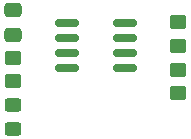
<source format=gbr>
%TF.GenerationSoftware,KiCad,Pcbnew,(6.0.7)*%
%TF.CreationDate,2023-01-27T00:41:06-05:00*%
%TF.ProjectId,GettingToBlinky5.0,47657474-696e-4675-946f-426c696e6b79,rev?*%
%TF.SameCoordinates,Original*%
%TF.FileFunction,Paste,Top*%
%TF.FilePolarity,Positive*%
%FSLAX46Y46*%
G04 Gerber Fmt 4.6, Leading zero omitted, Abs format (unit mm)*
G04 Created by KiCad (PCBNEW (6.0.7)) date 2023-01-27 00:41:06*
%MOMM*%
%LPD*%
G01*
G04 APERTURE LIST*
G04 Aperture macros list*
%AMRoundRect*
0 Rectangle with rounded corners*
0 $1 Rounding radius*
0 $2 $3 $4 $5 $6 $7 $8 $9 X,Y pos of 4 corners*
0 Add a 4 corners polygon primitive as box body*
4,1,4,$2,$3,$4,$5,$6,$7,$8,$9,$2,$3,0*
0 Add four circle primitives for the rounded corners*
1,1,$1+$1,$2,$3*
1,1,$1+$1,$4,$5*
1,1,$1+$1,$6,$7*
1,1,$1+$1,$8,$9*
0 Add four rect primitives between the rounded corners*
20,1,$1+$1,$2,$3,$4,$5,0*
20,1,$1+$1,$4,$5,$6,$7,0*
20,1,$1+$1,$6,$7,$8,$9,0*
20,1,$1+$1,$8,$9,$2,$3,0*%
G04 Aperture macros list end*
%ADD10RoundRect,0.150000X-0.825000X-0.150000X0.825000X-0.150000X0.825000X0.150000X-0.825000X0.150000X0*%
%ADD11RoundRect,0.250000X-0.450000X0.350000X-0.450000X-0.350000X0.450000X-0.350000X0.450000X0.350000X0*%
%ADD12RoundRect,0.250000X0.450000X-0.325000X0.450000X0.325000X-0.450000X0.325000X-0.450000X-0.325000X0*%
%ADD13RoundRect,0.250000X0.475000X-0.337500X0.475000X0.337500X-0.475000X0.337500X-0.475000X-0.337500X0*%
G04 APERTURE END LIST*
D10*
%TO.C,U1*%
X144525000Y-86095000D03*
X144525000Y-87365000D03*
X144525000Y-88635000D03*
X144525000Y-89905000D03*
X149475000Y-89905000D03*
X149475000Y-88635000D03*
X149475000Y-87365000D03*
X149475000Y-86095000D03*
%TD*%
D11*
%TO.C,R3*%
X140000000Y-89000000D03*
X140000000Y-91000000D03*
%TD*%
%TO.C,R2*%
X154000000Y-90000000D03*
X154000000Y-92000000D03*
%TD*%
%TO.C,R1*%
X154000000Y-86000000D03*
X154000000Y-88000000D03*
%TD*%
D12*
%TO.C,D1*%
X140000000Y-95025000D03*
X140000000Y-92975000D03*
%TD*%
D13*
%TO.C,C1*%
X140000000Y-87037500D03*
X140000000Y-84962500D03*
%TD*%
M02*

</source>
